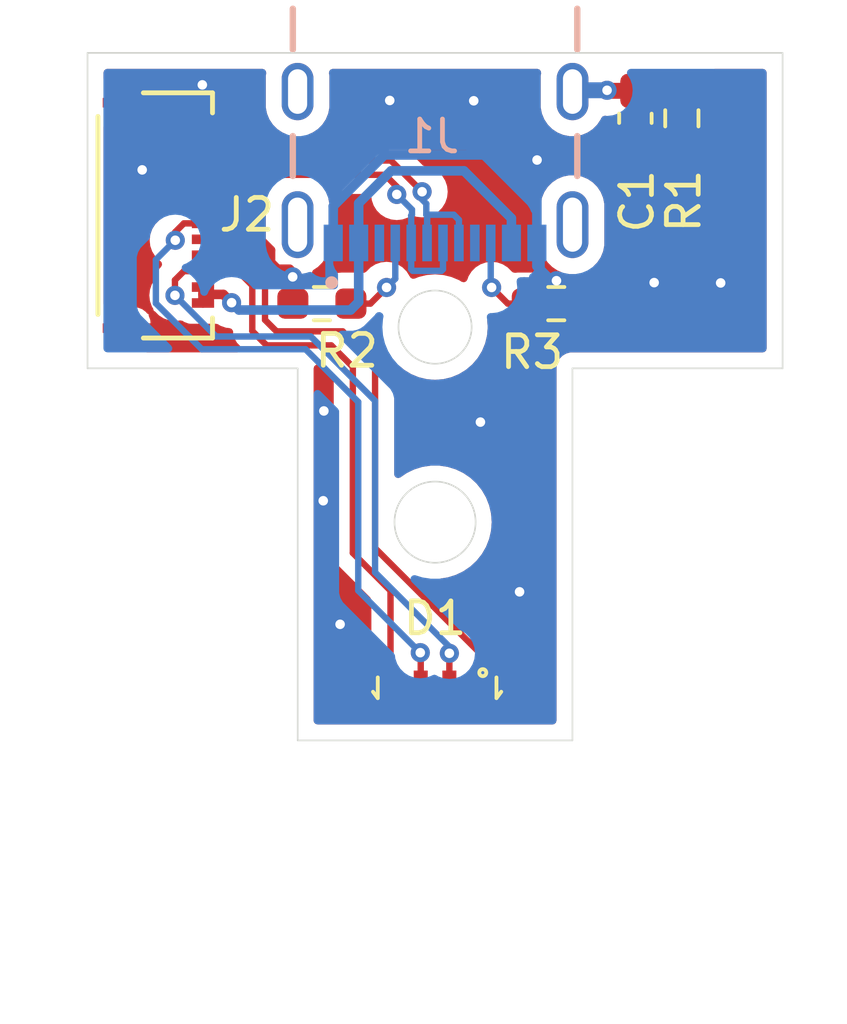
<source format=kicad_pcb>
(kicad_pcb (version 20240108) (generator "pcbnew") (generator_version "8.0")
  (layers (0 "F.Cu" signal) (31 "B.Cu" signal) (34 "B.Paste" user) (35 "F.Paste" user) (36 "B.SilkS" user "B.Silkscreen") (37 "F.SilkS" user "F.Silkscreen") (38 "B.Mask" user) (39 "F.Mask" user) (44 "Edge.Cuts" user))
  (net 0 "")
  (net 2 "/SHIELD4")
  (net 4 "VUSB")
  (net 5 "USB_D-")
  (net 7 "CC2")
  (net 8 "USB_D+")
  (net 9 "GND")
  (net 10 "CC1")
  (net 13 "BLUE")
  (net 14 "ANODE")
  (net 15 "GREEN")
  (net 16 "RED")
  (footprint "Capacitor_SMD:C_0603_1608Metric_Pad1.08x0.95mm_HandSolder" (layer "F.Cu") (at 147.52 85.62 -90)
    (property "Reference" "C1" (at 2.608 -0.05 90) (layer "F.SilkS"))
    (property "Value" "4.7nF")
    (fp_line (start -0.146267 0.51) (end 0.146267 0.51) (stroke (width 0.12)) (layer "F.SilkS"))
    (fp_line (start -0.146267 -0.51) (end 0.146267 -0.51) (stroke (width 0.12)) (layer "F.SilkS"))
    (pad "1" smd roundrect (at -0.8625 0 270) (size 1.075 0.95) (layers "F.Cu" "F.Paste" "F.Mask") (net 2 "/SHIELD4"))
    (pad "2" smd roundrect (at 0.8625 0 270) (size 1.075 0.95) (layers "F.Cu" "F.Paste" "F.Mask") (net 9 "GND"))
  )
  (footprint "Resistor_SMD:R_0603_1608Metric_Pad0.98x0.95mm_HandSolder" (layer "F.Cu") (at 145.034 91.44)
    (property "Reference" "R3" (at -0.762 1.524 0) (layer "F.SilkS"))
    (property "Value" "5.1K")
    (fp_line (start -0.254724 -0.5225) (end 0.254724 -0.5225) (stroke (width 0.12)) (layer "F.SilkS"))
    (fp_line (start -0.254724 0.5225) (end 0.254724 0.5225) (stroke (width 0.12)) (layer "F.SilkS"))
    (pad "1" smd roundrect (at -0.9125 0) (size 0.975 0.95) (layers "F.Cu" "F.Paste" "F.Mask") (net 7 "CC2"))
    (pad "2" smd roundrect (at 0.9125 0) (size 0.975 0.95) (layers "F.Cu" "F.Paste" "F.Mask") (net 9 "GND"))
  )
  (footprint "Resistor_SMD:R_0603_1608Metric_Pad0.98x0.95mm_HandSolder" (layer "F.Cu") (at 137.668 91.44 180)
    (property "Reference" "R2" (at -0.782 -1.48 0) (layer "F.SilkS"))
    (property "Value" "5.1K")
    (fp_line (start -0.254724 0.5225) (end 0.254724 0.5225) (stroke (width 0.12)) (layer "F.SilkS"))
    (fp_line (start -0.254724 -0.5225) (end 0.254724 -0.5225) (stroke (width 0.12)) (layer "F.SilkS"))
    (pad "1" smd roundrect (at -0.9125 0 180) (size 0.975 0.95) (layers "F.Cu" "F.Paste" "F.Mask") (net 10 "CC1"))
    (pad "2" smd roundrect (at 0.9125 0 180) (size 0.975 0.95) (layers "F.Cu" "F.Paste" "F.Mask") (net 9 "GND"))
  )
  (footprint "Resistor_SMD:R_0603_1608Metric_Pad0.98x0.95mm_HandSolder" (layer "F.Cu") (at 148.98 85.62 -90)
    (property "Reference" "R1" (at 2.6 -0.06 90) (layer "F.SilkS"))
    (property "Value" "1M")
    (fp_line (start -0.254724 0.5225) (end 0.254724 0.5225) (stroke (width 0.12)) (layer "F.SilkS"))
    (fp_line (start -0.254724 -0.5225) (end 0.254724 -0.5225) (stroke (width 0.12)) (layer "F.SilkS"))
    (pad "1" smd roundrect (at -0.9125 0 270) (size 0.975 0.95) (layers "F.Cu" "F.Paste" "F.Mask") (net 2 "/SHIELD4"))
    (pad "2" smd roundrect (at 0.9125 0 270) (size 0.975 0.95) (layers "F.Cu" "F.Paste" "F.Mask") (net 9 "GND"))
  )
  (footprint "FM-3510RGBA-SG:FM-3510RGBA-SG" (layer "F.Cu") (at 141.224 103.378 180)
    (property "Reference" "D1" (at 0.004 2.058 0) (layer "F.SilkS"))
    (property "Value" "FM-3510RGBA-SG")
    (fp_line (start 1.8 0.2) (end 1.8 -0.45) (stroke (width 0.12)) (layer "F.SilkS"))
    (fp_line (start 1.8 -0.45) (end 1.95 -0.25) (stroke (width 0.12)) (layer "F.SilkS"))
    (fp_line (start -1.93 0.2) (end -1.93 -0.45) (stroke (width 0.12)) (layer "F.SilkS"))
    (fp_line (start -1.93 -0.45) (end -2.08 -0.25) (stroke (width 0.12)) (layer "F.SilkS"))
    (fp_circle (center -1.5 0.35) (end -1.45 0.35) (stroke (width 0.12)) (fill none) (layer "F.SilkS"))
    (pad "1" smd rect (at -1.52 -0.085 180) (size 0.6 0.5) (layers "F.Cu" "F.Paste" "F.Mask") (net 16 "RED"))
    (pad "2" smd rect (at -0.45 0.04 180) (size 0.44 0.75) (layers "F.Cu" "F.Paste" "F.Mask") (net 14 "ANODE"))
    (pad "3" smd rect (at 0.45 0.04 180) (size 0.44 0.75) (layers "F.Cu" "F.Paste" "F.Mask") (net 15 "GREEN"))
    (pad "4" smd rect (at 1.4 -0.085 180) (size 0.6 0.5) (layers "F.Cu" "F.Paste" "F.Mask") (net 13 "BLUE"))
  )
  (footprint "5034801200:CON_5034801200_MOL" (layer "F.Cu") (at 132.43 88.67 -90)
    (property "Reference" "J2" (at -0.02 -2.88 0) (layer "F.SilkS"))
    (property "Value" "5034801200")
    (fp_line (start -3.107281 1.8) (end 3.107282 1.8) (stroke (width 0.1524)) (layer "F.SilkS"))
    (fp_line (start 3.849992 0.372825) (end 3.849992 -1.8) (stroke (width 0.1524)) (layer "F.SilkS"))
    (fp_line (start -3.849992 -1.8) (end -3.849992 0.372825) (stroke (width 0.1524)) (layer "F.SilkS"))
    (fp_line (start -3.220032 -1.8) (end -3.849992 -1.8) (stroke (width 0.1524)) (layer "F.SilkS"))
    (fp_line (start 3.849992 -1.8) (end 3.220047 -1.8) (stroke (width 0.1524)) (layer "F.SilkS"))
    (pad "1" smd rect (at -2.749992 -1.5 270) (size 0.3 0.7) (layers "F.Cu" "F.Paste" "F.Mask") (net 9 "GND"))
    (pad "2" smd rect (at -2.249993 -1.5 270) (size 0.3 0.7) (layers "F.Cu" "F.Paste" "F.Mask") (net 9 "GND"))
    (pad "3" smd rect (at -1.749991 -1.5 270) (size 0.3 0.7) (layers "F.Cu" "F.Paste" "F.Mask") (net 8 "USB_D+"))
    (pad "4" smd rect (at -1.249992 -1.5 270) (size 0.3 0.7) (layers "F.Cu" "F.Paste" "F.Mask") (net 5 "USB_D-"))
    (pad "5" smd rect (at -0.749993 -1.5 270) (size 0.3 0.7) (layers "F.Cu" "F.Paste" "F.Mask") (net 9 "GND"))
    (pad "6" smd rect (at -0.249992 -1.5 270) (size 0.3 0.7) (layers "F.Cu" "F.Paste" "F.Mask") (net 9 "GND"))
    (pad "7" smd rect (at 0.250007 -1.5 270) (size 0.3 0.7) (layers "F.Cu" "F.Paste" "F.Mask") (net 15 "GREEN"))
    (pad "8" smd rect (at 0.750009 -1.5 270) (size 0.3 0.7) (layers "F.Cu" "F.Paste" "F.Mask") (net 16 "RED"))
    (pad "9" smd rect (at 1.250008 -1.5 270) (size 0.3 0.7) (layers "F.Cu" "F.Paste" "F.Mask") (net 13 "BLUE"))
    (pad "10" smd rect (at 1.750007 -1.5 270) (size 0.3 0.7) (layers "F.Cu" "F.Paste" "F.Mask") (net 14 "ANODE"))
    (pad "11" smd rect (at 2.250008 -1.5 270) (size 0.3 0.7) (layers "F.Cu" "F.Paste" "F.Mask") (net 4 "VUSB"))
    (pad "12" smd rect (at 2.750007 -1.5 270) (size 0.3 0.7) (layers "F.Cu" "F.Paste" "F.Mask") (net 4 "VUSB"))
    (pad "P1" smd rect (at -3.539992 1.15 270) (size 0.3 1) (layers "F.Cu" "F.Paste" "F.Mask") (net 9 "GND"))
    (pad "P2" smd rect (at 3.539993 1.15 270) (size 0.3 1) (layers "F.Cu" "F.Paste" "F.Mask") (net 9 "GND"))
  )
  (footprint "ul_USB4105-GF-A:GCT_USB4105-GF-A" (layer "B.Cu") (at 141.224 84.78)
    (property "Reference" "J1" (at -0.1005 1.4085 180) (layer "B.SilkS") (effects (justify mirror)))
    (property "Value" "USB4105-GF-A")
    (fp_line (start -4.47 -2.6) (end -4.47 -1.32) (stroke (width 0.2)) (layer "B.SilkS"))
    (fp_line (start -4.47 1.4) (end -4.47 2.65) (stroke (width 0.2)) (layer "B.SilkS"))
    (fp_line (start 4.47 -1.32) (end 4.47 -2.6) (stroke (width 0.2)) (layer "B.SilkS"))
    (fp_line (start 4.47 1.4) (end 4.47 2.65) (stroke (width 0.2)) (layer "B.SilkS"))
    (fp_circle (center -3.25 6) (end -3.15 6) (stroke (width 0.2)) (fill none) (layer "B.SilkS"))
    (pad "A1_B12" smd rect (at -3.2 4.755) (size 0.6 1.15) (layers "B.Cu" "B.Paste") (net 9 "GND"))
    (pad "A4_B9" smd rect (at -2.4 4.755) (size 0.6 1.15) (layers "B.Cu" "B.Paste") (net 4 "VUSB"))
    (pad "A5" smd rect (at -1.25 4.755) (size 0.3 1.15) (layers "B.Cu" "B.Paste") (net 10 "CC1"))
    (pad "A6" smd rect (at -0.25 4.755) (size 0.3 1.15) (layers "B.Cu" "B.Paste") (net 8 "USB_D+"))
    (pad "A7" smd rect (at 0.25 4.755) (size 0.3 1.15) (layers "B.Cu" "B.Paste") (net 5 "USB_D-"))
    (pad "A8" smd rect (at 1.25 4.755) (size 0.3 1.15) (layers "B.Cu" "B.Paste"))
    (pad "B1_A12" smd rect (at 3.2 4.755) (size 0.6 1.15) (layers "B.Cu" "B.Paste") (net 9 "GND"))
    (pad "B4_A9" smd rect (at 2.4 4.755) (size 0.6 1.15) (layers "B.Cu" "B.Paste") (net 4 "VUSB"))
    (pad "B5" smd rect (at 1.75 4.755) (size 0.3 1.15) (layers "B.Cu" "B.Paste") (net 7 "CC2"))
    (pad "B6" smd rect (at 0.75 4.755) (size 0.3 1.15) (layers "B.Cu" "B.Paste") (net 8 "USB_D+"))
    (pad "B7" smd rect (at -0.75 4.755) (size 0.3 1.15) (layers "B.Cu" "B.Paste") (net 5 "USB_D-"))
    (pad "B8" smd rect (at -1.75 4.755) (size 0.3 1.15) (layers "B.Cu" "B.Paste"))
    (pad "SH1" thru_hole oval (at -4.32 4.18) (size 1 2.1) (drill oval 0.6 1.7) (layers "*.Cu" "*.Mask"))
    (pad "SH2" thru_hole oval (at 4.32 4.18) (size 1 2.1) (drill oval 0.6 1.7) (layers "*.Cu" "*.Mask"))
    (pad "SH3" thru_hole oval (at -4.32 0) (size 1 1.8) (drill oval 0.6 1.4) (layers "*.Cu" "*.Mask"))
    (pad "SH4" thru_hole oval (at 4.32 0) (size 1 1.8) (drill oval 0.6 1.4) (layers "*.Cu" "*.Mask") (net 2 "/SHIELD4"))
  )
  (gr_circle (center 141.224 98.302) (end 142.499 98.302) (stroke (width 0.05)) (fill none) (layer "Edge.Cuts"))
  (gr_line (start 145.542 105.156) (end 145.542 93.472) (stroke (width 0.05)) (layer "Edge.Cuts"))
  (gr_line (start 130.302 93.472) (end 130.302 83.566) (stroke (width 0.05)) (layer "Edge.Cuts"))
  (gr_line (start 136.906 105.156) (end 145.542 105.156) (stroke (width 0.05)) (layer "Edge.Cuts"))
  (gr_line (start 152.146 93.472) (end 152.146 83.566) (stroke (width 0.05)) (layer "Edge.Cuts"))
  (gr_line (start 130.302 93.472) (end 136.906 93.472) (stroke (width 0.05)) (layer "Edge.Cuts"))
  (gr_line (start 136.906 105.156) (end 136.906 93.472) (stroke (width 0.05)) (layer "Edge.Cuts"))
  (gr_circle (center 141.224 92.177) (end 142.374 92.177) (stroke (width 0.05)) (fill none) (layer "Edge.Cuts"))
  (gr_line (start 145.542 93.472) (end 152.146 93.472) (stroke (width 0.05)) (layer "Edge.Cuts"))
  (gr_line (start 152.146 83.566) (end 130.302 83.566) (stroke (width 0.05)) (layer "Edge.Cuts"))
  (segment (start 146.6475 84.7575) (end 146.63 84.74) (width 0.2) (layer "F.Cu") (net 2))
  (segment (start 147.57 84.7075) (end 147.52 84.7575) (width 0.2) (layer "F.Cu") (net 2))
  (segment (start 148.98 84.7075) (end 147.57 84.7075) (width 0.5) (layer "F.Cu") (net 2))
  (segment (start 147.52 84.7575) (end 146.6475 84.7575) (width 0.5) (layer "F.Cu") (net 2))
  (via (at 146.63 84.74) (size 0.6) (drill 0.3) (layers "F.Cu" "B.Cu") (net 2))
  (segment (start 145.584 84.74) (end 145.544 84.78) (width 0.2) (layer "B.Cu") (net 2))
  (segment (start 146.63 84.74) (end 145.584 84.74) (width 0.5) (layer "B.Cu") (net 2))
  (segment (start 134.83 91.41) (end 134.57 91.15) (width 0.3) (layer "F.Cu") (net 4))
  (segment (start 134.57 91.15) (end 133.93 91.15) (width 0.3) (layer "F.Cu") (net 4))
  (segment (start 133.93 90.920008) (end 133.93 91.15) (width 0.3) (layer "F.Cu") (net 4))
  (segment (start 133.93 91.15) (end 133.93 91.420007) (width 0.3) (layer "F.Cu") (net 4))
  (via (at 134.83 91.41) (size 0.6) (drill 0.3) (layers "F.Cu" "B.Cu") (net 4))
  (segment (start 138.824 88.288416) (end 139.842416 87.27) (width 0.3) (layer "B.Cu") (net 4))
  (segment (start 142.134 87.27) (end 143.624 88.76) (width 0.3) (layer "B.Cu") (net 4))
  (segment (start 135.06 91.64) (end 138.57 91.64) (width 0.3) (layer "B.Cu") (net 4))
  (segment (start 138.57 91.64) (end 138.824 91.386) (width 0.3) (layer "B.Cu") (net 4))
  (segment (start 139.842416 87.27) (end 142.134 87.27) (width 0.3) (layer "B.Cu") (net 4))
  (segment (start 138.824 89.535) (end 138.824 88.288416) (width 0.3) (layer "B.Cu") (net 4))
  (segment (start 143.624 88.76) (end 143.624 89.535) (width 0.3) (layer "B.Cu") (net 4))
  (segment (start 138.824 91.386) (end 138.824 89.535) (width 0.3) (layer "B.Cu") (net 4))
  (segment (start 134.83 91.41) (end 135.06 91.64) (width 0.3) (layer "B.Cu") (net 4))
  (segment (start 140.02103 87.766988) (end 140.02103 88.010625) (width 0.2) (layer "F.Cu") (net 5))
  (segment (start 133.93 87.420008) (end 134.455001 87.420008) (width 0.2) (layer "F.Cu") (net 5))
  (segment (start 134.455001 87.420008) (end 134.480001 87.395008) (width 0.2) (layer "F.Cu") (net 5))
  (segment (start 134.480001 87.395008) (end 139.64905 87.395008) (width 0.2) (layer "F.Cu") (net 5))
  (segment (start 139.64905 87.395008) (end 140.02103 87.766988) (width 0.2) (layer "F.Cu") (net 5))
  (via (at 140.02103 88.010625) (size 0.6) (drill 0.3) (layers "F.Cu" "B.Cu") (net 5))
  (segment (start 140.474 89.7065) (end 140.474 89.904) (width 0.2) (layer "B.Cu") (net 5))
  (segment (start 140.474 89.904) (end 140.462 89.916) (width 0.2) (layer "B.Cu") (net 5))
  (segment (start 140.524 90.41) (end 141.424 90.41) (width 0.2) (layer "B.Cu") (net 5))
  (segment (start 141.424 90.41) (end 141.474 90.36) (width 0.2) (layer "B.Cu") (net 5))
  (segment (start 141.474 90.36) (end 141.474 89.535) (width 0.2) (layer "B.Cu") (net 5))
  (segment (start 140.499 88.647499) (end 140.499 88.488595) (width 0.2) (layer "B.Cu") (net 5))
  (segment (start 140.474 89.535) (end 140.474 88.672499) (width 0.2) (layer "B.Cu") (net 5))
  (segment (start 140.499 88.488595) (end 140.02103 88.010625) (width 0.2) (layer "B.Cu") (net 5))
  (segment (start 140.474 90.36) (end 140.524 90.41) (width 0.2) (layer "B.Cu") (net 5))
  (segment (start 140.474 89.535) (end 140.474 90.36) (width 0.2) (layer "B.Cu") (net 5))
  (segment (start 140.474 88.672499) (end 140.499 88.647499) (width 0.2) (layer "B.Cu") (net 5))
  (segment (start 144.1215 91.44) (end 143.51 91.44) (width 0.2) (layer "F.Cu") (net 7))
  (segment (start 143.51 91.44) (end 143.002 90.932) (width 0.2) (layer "F.Cu") (net 7))
  (via (at 143.002 90.932) (size 0.6) (drill 0.3) (layers "F.Cu" "B.Cu") (net 7))
  (segment (start 143.002 90.932) (end 142.974 90.904) (width 0.2) (layer "B.Cu") (net 7))
  (segment (start 142.974 90.904) (end 142.974 89.7065) (width 0.2) (layer "B.Cu") (net 7))
  (segment (start 133.93 86.920009) (end 134.455001 86.920009) (width 0.2) (layer "F.Cu") (net 8))
  (segment (start 134.455001 86.920009) (end 134.480001 86.945009) (width 0.2) (layer "F.Cu") (net 8))
  (segment (start 134.480001 86.945009) (end 139.835448 86.945009) (width 0.2) (layer "F.Cu") (net 8))
  (segment (start 139.835448 86.945009) (end 140.816556 87.926117) (width 0.2) (layer "F.Cu") (net 8))
  (via (at 140.816556 87.926117) (size 0.6) (drill 0.3) (layers "F.Cu" "B.Cu") (net 8))
  (segment (start 140.949 88.647499) (end 141.811499 88.647499) (width 0.2) (layer "B.Cu") (net 8))
  (segment (start 140.974 89.535) (end 140.974 88.672499) (width 0.2) (layer "B.Cu") (net 8))
  (segment (start 141.811499 88.647499) (end 141.974 88.81) (width 0.2) (layer "B.Cu") (net 8))
  (segment (start 140.974 89.635) (end 140.974 88.672499) (width 0.2) (layer "B.Cu") (net 8))
  (segment (start 140.949 88.302198) (end 140.816556 88.169754) (width 0.2) (layer "B.Cu") (net 8))
  (segment (start 140.949 88.647499) (end 140.949 88.302198) (width 0.2) (layer "B.Cu") (net 8))
  (segment (start 140.974 88.672499) (end 140.949 88.647499) (width 0.2) (layer "B.Cu") (net 8))
  (segment (start 140.816556 88.169754) (end 140.816556 87.926117) (width 0.2) (layer "B.Cu") (net 8))
  (segment (start 141.974 88.81) (end 141.974 89.635) (width 0.2) (layer "B.Cu") (net 8))
  (segment (start 133.93 86.420007) (end 133.93 86.14) (width 0.3) (layer "F.Cu") (net 9))
  (segment (start 136.75 90.46) (end 136.65 90.36) (width 0.3) (layer "F.Cu") (net 9))
  (segment (start 136.75 90.6) (end 136.75 90.46) (width 0.3) (layer "F.Cu") (net 9))
  (segment (start 147.57 86.5325) (end 147.52 86.4825) (width 0.2) (layer "F.Cu") (net 9))
  (segment (start 133.93 86.14) (end 133.93 85.920008) (width 0.3) (layer "F.Cu") (net 9))
  (segment (start 136.7555 91.44) (end 136.7555 90.6055) (width 0.3) (layer "F.Cu") (net 9))
  (segment (start 144.8075 86.4825) (end 144.43 86.86) (width 0.3) (layer "F.Cu") (net 9))
  (segment (start 133.93 88.11) (end 133.93 88.420008) (width 0.3) (layer "F.Cu") (net 9))
  (segment (start 133.93 87.920007) (end 133.93 88.11) (width 0.3) (layer "F.Cu") (net 9))
  (segment (start 136.7555 90.6055) (end 136.75 90.6) (width 0.3) (layer "F.Cu") (net 9))
  (segment (start 131.31 86.18) (end 131.28 86.15) (width 0.2) (layer "F.Cu") (net 9))
  (segment (start 136.054 90.144) (end 136.054 89.764) (width 0.3) (layer "F.Cu") (net 9))
  (segment (start 145.9465 91.44) (end 145.76 91.44) (width 0.2) (layer "F.Cu") (net 9))
  (segment (start 131.31 88.14) (end 131.28 88.11) (width 0.3) (layer "F.Cu") (net 9))
  (segment (start 134.43 88.14) (end 133.9 88.14) (width 0.3) (layer "F.Cu") (net 9))
  (segment (start 133.9 88.14) (end 131.31 88.14) (width 0.3) (layer "F.Cu") (net 9))
  (segment (start 145.76 91.44) (end 145.04 90.72) (width 0.3) (layer "F.Cu") (net 9))
  (segment (start 147.52 86.4825) (end 144.8075 86.4825) (width 0.3) (layer "F.Cu") (net 9))
  (segment (start 136.27 90.36) (end 136.054 90.144) (width 0.3) (layer "F.Cu") (net 9))
  (segment (start 131.28 86.15) (end 131.28 88.11) (width 0.3) (layer "F.Cu") (net 9))
  (segment (start 133.89 86.18) (end 131.31 86.18) (width 0.3) (layer "F.Cu") (net 9))
  (segment (start 136.054 89.764) (end 134.43 88.14) (width 0.3) (layer "F.Cu") (net 9))
  (segment (start 136.65 90.36) (end 136.27 90.36) (width 0.3) (layer "F.Cu") (net 9))
  (segment (start 131.28 88.11) (end 131.28 92.209993) (width 0.3) (layer "F.Cu") (net 9))
  (segment (start 133.93 88.11) (end 133.9 88.14) (width 0.3) (layer "F.Cu") (net 9))
  (segment (start 131.28 85.130008) (end 131.28 86.15) (width 0.3) (layer "F.Cu") (net 9))
  (segment (start 148.98 86.5325) (end 147.57 86.5325) (width 0.3) (layer "F.Cu") (net 9))
  (via (at 139.8 85.06) (size 0.6) (drill 0.3) (layers "F.Cu" "B.Cu") (net 9))
  (via (at 136.75 90.6) (size 0.6) (drill 0.3) (layers "F.Cu" "B.Cu") (net 9))
  (via (at 150.2 90.79) (size 0.6) (drill 0.3) (layers "F.Cu" "B.Cu") (net 9))
  (via (at 138.24 101.51) (size 0.6) (drill 0.3) (layers "F.Cu" "B.Cu") (net 9))
  (via (at 145.04 90.72) (size 0.6) (drill 0.3) (layers "F.Cu" "B.Cu") (net 9))
  (via (at 137.71 97.63) (size 0.6) (drill 0.3) (layers "F.Cu" "B.Cu") (net 9))
  (via (at 142.44 85.07) (size 0.6) (drill 0.3) (layers "F.Cu" "B.Cu") (net 9))
  (via (at 142.65 95.16) (size 0.6) (drill 0.3) (layers "F.Cu" "B.Cu") (net 9))
  (via (at 132.02 87.24) (size 0.6) (drill 0.3) (layers "F.Cu" "B.Cu") (net 9))
  (via (at 137.73 94.81) (size 0.6) (drill 0.3) (layers "F.Cu" "B.Cu") (net 9))
  (via (at 143.88 100.49) (size 0.6) (drill 0.3) (layers "F.Cu" "B.Cu") (net 9))
  (via (at 148.11 90.78) (size 0.6) (drill 0.3) (layers "F.Cu" "B.Cu") (net 9))
  (via (at 144.43 86.93) (size 0.6) (drill 0.3) (layers "F.Cu" "B.Cu") (net 9))
  (via (at 133.91 84.57) (size 0.6) (drill 0.3) (layers "F.Cu" "B.Cu") (net 9))
  (segment (start 138.024 89.535) (end 138.024 88.381309) (width 0.3) (layer "B.Cu") (net 9))
  (segment (start 144.88 90.72) (end 144.424 90.264) (width 0.3) (layer "B.Cu") (net 9))
  (segment (start 138.024 89.81) (end 138.024 89.535) (width 0.3) (layer "B.Cu") (net 9))
  (segment (start 145.04 90.72) (end 144.88 90.72) (width 0.2) (layer "B.Cu") (net 9))
  (segment (start 138.024 88.381309) (end 139.635309 86.77) (width 0.3) (layer "B.Cu") (net 9))
  (segment (start 144.424 86.936) (end 144.43 86.93) (width 0.5) (layer "B.Cu") (net 9))
  (segment (start 139.635309 86.77) (end 144.27 86.77) (width 0.3) (layer "B.Cu") (net 9))
  (segment (start 144.27 86.77) (end 144.43 86.93) (width 0.3) (layer "B.Cu") (net 9))
  (segment (start 144.424 89.535) (end 144.424 86.936) (width 0.3) (layer "B.Cu") (net 9))
  (segment (start 144.424 90.264) (end 144.424 89.535) (width 0.3) (layer "B.Cu") (net 9))
  (segment (start 139.192 91.44) (end 139.7 90.932) (width 0.2) (layer "F.Cu") (net 10))
  (segment (start 138.5805 91.44) (end 139.192 91.44) (width 0.2) (layer "F.Cu") (net 10))
  (via (at 139.7 90.932) (size 0.6) (drill 0.3) (layers "F.Cu" "B.Cu") (net 10))
  (segment (start 139.974 90.658) (end 139.7 90.932) (width 0.2) (layer "B.Cu") (net 10))
  (segment (start 139.974 89.7065) (end 139.974 90.658) (width 0.2) (layer "B.Cu") (net 10))
  (segment (start 133.93 89.920008) (end 134.530001 89.920008) (width 0.2) (layer "F.Cu") (net 13))
  (segment (start 134.530001 89.920008) (end 135.48 90.870007) (width 0.2) (layer "F.Cu") (net 13))
  (segment (start 135.48 92.3) (end 135.93 92.75) (width 0.2) (layer "F.Cu") (net 13))
  (segment (start 139.824 100.454) (end 139.824 103.463) (width 0.2) (layer "F.Cu") (net 13))
  (segment (start 135.93 92.75) (end 137.962 92.75) (width 0.2) (layer "F.Cu") (net 13))
  (segment (start 138.64 93.428) (end 138.64 99.27) (width 0.2) (layer "F.Cu") (net 13))
  (segment (start 135.48 90.870007) (end 135.48 92.3) (width 0.2) (layer "F.Cu") (net 13))
  (segment (start 138.64 99.27) (end 139.824 100.454) (width 0.2) (layer "F.Cu") (net 13))
  (segment (start 137.962 92.75) (end 138.64 93.428) (width 0.2) (layer "F.Cu") (net 13))
  (segment (start 133.93 90.420007) (end 133.330001 90.420007) (width 0.2) (layer "F.Cu") (net 14))
  (segment (start 133.05 90.700008) (end 133.05 91.18) (width 0.2) (layer "F.Cu") (net 14))
  (segment (start 141.674 102.42) (end 141.674 103.338) (width 0.2) (layer "F.Cu") (net 14))
  (segment (start 133.330001 90.420007) (end 133.05 90.700008) (width 0.2) (layer "F.Cu") (net 14))
  (via (at 133.05 91.18) (size 0.6) (drill 0.3) (layers "F.Cu" "B.Cu") (net 14))
  (via (at 141.674 102.42) (size 0.6) (drill 0.3) (layers "F.Cu" "B.Cu") (net 14))
  (segment (start 141.674 102.42) (end 141.674 102.214) (width 0.2) (layer "B.Cu") (net 14))
  (segment (start 139.338978 99.878978) (end 139.338978 94.490764) (width 0.2) (layer "B.Cu") (net 14))
  (segment (start 141.674 102.214) (end 139.338978 99.878978) (width 0.2) (layer "B.Cu") (net 14))
  (segment (start 139.338978 94.490764) (end 137.320214 92.472) (width 0.2) (layer "B.Cu") (net 14))
  (segment (start 134.342 92.472) (end 133.05 91.18) (width 0.2) (layer "B.Cu") (net 14))
  (segment (start 137.320214 92.472) (end 134.342 92.472) (width 0.2) (layer "B.Cu") (net 14))
  (segment (start 133.330002 88.920007) (end 133.06 89.190009) (width 0.2) (layer "F.Cu") (net 15))
  (segment (start 133.93 88.920007) (end 133.330002 88.920007) (width 0.2) (layer "F.Cu") (net 15))
  (segment (start 140.774 102.414) (end 140.774 103.338) (width 0.2) (layer "F.Cu") (net 15))
  (segment (start 140.76 102.4) (end 140.774 102.414) (width 0.2) (layer "F.Cu") (net 15))
  (segment (start 133.06 89.190009) (end 133.06 89.45) (width 0.2) (layer "F.Cu") (net 15))
  (via (at 140.76 102.4) (size 0.6) (drill 0.3) (layers "F.Cu" "B.Cu") (net 15))
  (via (at 133.06 89.45) (size 0.6) (drill 0.3) (layers "F.Cu" "B.Cu") (net 15))
  (segment (start 137.154528 92.872) (end 133.893471 92.872) (width 0.2) (layer "B.Cu") (net 15))
  (segment (start 138.81 100.45) (end 138.81 94.527472) (width 0.2) (layer "B.Cu") (net 15))
  (segment (start 138.81 94.527472) (end 137.154528 92.872) (width 0.2) (layer "B.Cu") (net 15))
  (segment (start 132.45 91.428529) (end 132.45 90.06) (width 0.2) (layer "B.Cu") (net 15))
  (segment (start 133.893471 92.872) (end 132.45 91.428529) (width 0.2) (layer "B.Cu") (net 15))
  (segment (start 132.45 90.06) (end 133.06 89.45) (width 0.2) (layer "B.Cu") (net 15))
  (segment (start 140.76 102.4) (end 138.81 100.45) (width 0.2) (layer "B.Cu") (net 15))
  (segment (start 134.595688 89.420009) (end 133.93 89.420009) (width 0.2) (layer "F.Cu") (net 16))
  (segment (start 142.75 102.529736) (end 139.338978 99.118714) (width 0.2) (layer "F.Cu") (net 16))
  (segment (start 142.75 103.457) (end 142.75 102.529736) (width 0.2) (layer "F.Cu") (net 16))
  (segment (start 135.88 90.704321) (end 134.595688 89.420009) (width 0.2) (layer "F.Cu") (net 16))
  (segment (start 139.338978 93.328978) (end 138.32 92.31) (width 0.2) (layer "F.Cu") (net 16))
  (segment (start 136.24 92.31) (end 135.88 91.95) (width 0.2) (layer "F.Cu") (net 16))
  (segment (start 142.744 103.463) (end 142.75 103.457) (width 0.2) (layer "F.Cu") (net 16))
  (segment (start 139.338978 99.118714) (end 139.338978 93.328978) (width 0.2) (layer "F.Cu") (net 16))
  (segment (start 138.32 92.31) (end 136.24 92.31) (width 0.2) (layer "F.Cu") (net 16))
  (segment (start 135.88 91.95) (end 135.88 90.704321) (width 0.2) (layer "F.Cu") (net 16))
  (zone (net 9) (net_name "GND") (layer "F.Cu") (priority 1) (connect_pads (clearance 0.5)) (min_thickness 0.25) (fill yes (thermal_gap 0.5) (thermal_bridge_width 0.5) (smoothing fillet))
    (polygon (pts (xy 128.524 82.804) (xy 128.524 105.918) (xy 154.178 105.918) (xy 154.178 82.804)))
  )
  (zone (net 9) (net_name "GND") (layer "B.Cu") (priority 1) (connect_pads (clearance 0.5)) (min_thickness 0.25) (fill yes (thermal_gap 0.5) (thermal_bridge_width 0.5))
    (polygon (pts (xy 128.524 82.804) (xy 128.524 105.918) (xy 154.178 105.918) (xy 154.178 82.804)))
  )
)
</source>
